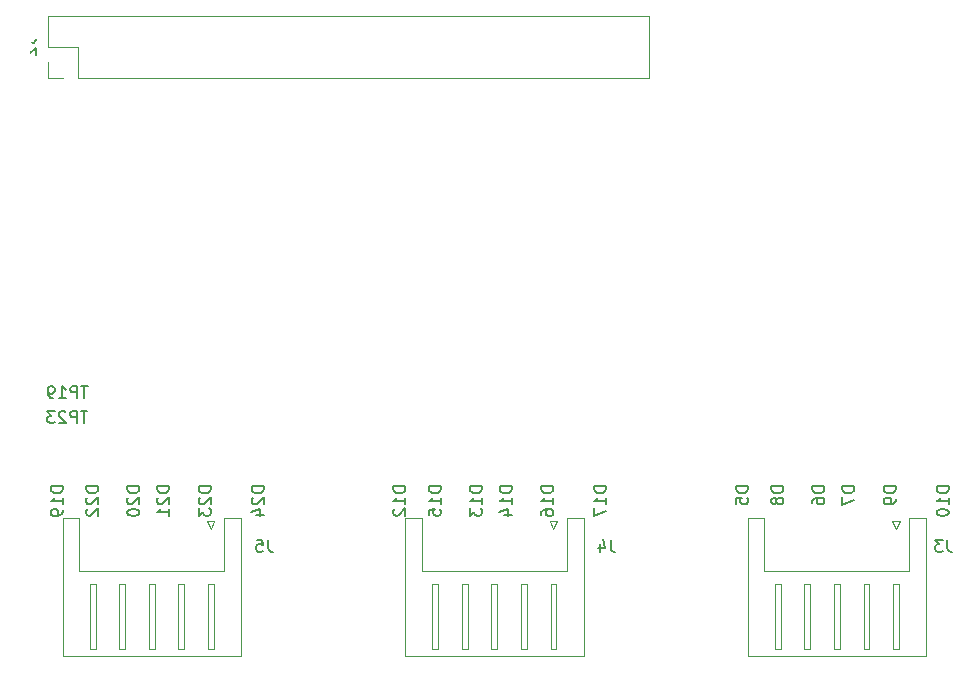
<source format=gbo>
G04 #@! TF.GenerationSoftware,KiCad,Pcbnew,5.1.12-84ad8e8a86~92~ubuntu20.04.1*
G04 #@! TF.CreationDate,2022-01-15T16:11:00+01:00*
G04 #@! TF.ProjectId,SaMcam_shield,53614d63-616d-45f7-9368-69656c642e6b,rev?*
G04 #@! TF.SameCoordinates,Original*
G04 #@! TF.FileFunction,Legend,Bot*
G04 #@! TF.FilePolarity,Positive*
%FSLAX46Y46*%
G04 Gerber Fmt 4.6, Leading zero omitted, Abs format (unit mm)*
G04 Created by KiCad (PCBNEW 5.1.12-84ad8e8a86~92~ubuntu20.04.1) date 2022-01-15 16:11:00*
%MOMM*%
%LPD*%
G01*
G04 APERTURE LIST*
%ADD10C,0.120000*%
%ADD11C,0.150000*%
%ADD12C,2.000000*%
%ADD13C,4.700000*%
%ADD14O,1.700000X1.700000*%
%ADD15R,1.700000X1.700000*%
%ADD16O,1.700000X1.950000*%
%ADD17R,3.500000X3.500000*%
G04 APERTURE END LIST*
D10*
X127170000Y-65000000D02*
X127170000Y-66330000D01*
X127170000Y-66330000D02*
X128500000Y-66330000D01*
X127170000Y-63730000D02*
X129770000Y-63730000D01*
X129770000Y-63730000D02*
X129770000Y-66330000D01*
X129770000Y-66330000D02*
X178090000Y-66330000D01*
X178090000Y-61130000D02*
X178090000Y-66330000D01*
X127170000Y-61130000D02*
X178090000Y-61130000D01*
X127170000Y-61130000D02*
X127170000Y-63730000D01*
X198700000Y-103900000D02*
X199000000Y-104500000D01*
X199300000Y-103900000D02*
X198700000Y-103900000D01*
X199000000Y-104500000D02*
X199300000Y-103900000D01*
X188750000Y-109200000D02*
X189250000Y-109200000D01*
X188750000Y-114700000D02*
X188750000Y-109200000D01*
X189250000Y-114700000D02*
X188750000Y-114700000D01*
X189250000Y-109200000D02*
X189250000Y-114700000D01*
X191250000Y-109200000D02*
X191750000Y-109200000D01*
X191250000Y-114700000D02*
X191250000Y-109200000D01*
X191750000Y-114700000D02*
X191250000Y-114700000D01*
X191750000Y-109200000D02*
X191750000Y-114700000D01*
X193750000Y-109200000D02*
X194250000Y-109200000D01*
X193750000Y-114700000D02*
X193750000Y-109200000D01*
X194250000Y-114700000D02*
X193750000Y-114700000D01*
X194250000Y-109200000D02*
X194250000Y-114700000D01*
X196250000Y-109200000D02*
X196750000Y-109200000D01*
X196250000Y-114700000D02*
X196250000Y-109200000D01*
X196750000Y-114700000D02*
X196250000Y-114700000D01*
X196750000Y-109200000D02*
X196750000Y-114700000D01*
X198750000Y-109200000D02*
X199250000Y-109200000D01*
X198750000Y-114700000D02*
X198750000Y-109200000D01*
X199250000Y-114700000D02*
X198750000Y-114700000D01*
X199250000Y-109200000D02*
X199250000Y-114700000D01*
X187860000Y-108090000D02*
X194000000Y-108090000D01*
X187860000Y-103590000D02*
X187860000Y-108090000D01*
X186440000Y-103590000D02*
X187860000Y-103590000D01*
X186440000Y-115310000D02*
X186440000Y-103590000D01*
X194000000Y-115310000D02*
X186440000Y-115310000D01*
X200140000Y-108090000D02*
X194000000Y-108090000D01*
X200140000Y-103590000D02*
X200140000Y-108090000D01*
X201560000Y-103590000D02*
X200140000Y-103590000D01*
X201560000Y-115310000D02*
X201560000Y-103590000D01*
X194000000Y-115310000D02*
X201560000Y-115310000D01*
X169700000Y-103900000D02*
X170000000Y-104500000D01*
X170300000Y-103900000D02*
X169700000Y-103900000D01*
X170000000Y-104500000D02*
X170300000Y-103900000D01*
X159750000Y-109200000D02*
X160250000Y-109200000D01*
X159750000Y-114700000D02*
X159750000Y-109200000D01*
X160250000Y-114700000D02*
X159750000Y-114700000D01*
X160250000Y-109200000D02*
X160250000Y-114700000D01*
X162250000Y-109200000D02*
X162750000Y-109200000D01*
X162250000Y-114700000D02*
X162250000Y-109200000D01*
X162750000Y-114700000D02*
X162250000Y-114700000D01*
X162750000Y-109200000D02*
X162750000Y-114700000D01*
X164750000Y-109200000D02*
X165250000Y-109200000D01*
X164750000Y-114700000D02*
X164750000Y-109200000D01*
X165250000Y-114700000D02*
X164750000Y-114700000D01*
X165250000Y-109200000D02*
X165250000Y-114700000D01*
X167250000Y-109200000D02*
X167750000Y-109200000D01*
X167250000Y-114700000D02*
X167250000Y-109200000D01*
X167750000Y-114700000D02*
X167250000Y-114700000D01*
X167750000Y-109200000D02*
X167750000Y-114700000D01*
X169750000Y-109200000D02*
X170250000Y-109200000D01*
X169750000Y-114700000D02*
X169750000Y-109200000D01*
X170250000Y-114700000D02*
X169750000Y-114700000D01*
X170250000Y-109200000D02*
X170250000Y-114700000D01*
X158860000Y-108090000D02*
X165000000Y-108090000D01*
X158860000Y-103590000D02*
X158860000Y-108090000D01*
X157440000Y-103590000D02*
X158860000Y-103590000D01*
X157440000Y-115310000D02*
X157440000Y-103590000D01*
X165000000Y-115310000D02*
X157440000Y-115310000D01*
X171140000Y-108090000D02*
X165000000Y-108090000D01*
X171140000Y-103590000D02*
X171140000Y-108090000D01*
X172560000Y-103590000D02*
X171140000Y-103590000D01*
X172560000Y-115310000D02*
X172560000Y-103590000D01*
X165000000Y-115310000D02*
X172560000Y-115310000D01*
X140700000Y-103900000D02*
X141000000Y-104500000D01*
X141300000Y-103900000D02*
X140700000Y-103900000D01*
X141000000Y-104500000D02*
X141300000Y-103900000D01*
X130750000Y-109200000D02*
X131250000Y-109200000D01*
X130750000Y-114700000D02*
X130750000Y-109200000D01*
X131250000Y-114700000D02*
X130750000Y-114700000D01*
X131250000Y-109200000D02*
X131250000Y-114700000D01*
X133250000Y-109200000D02*
X133750000Y-109200000D01*
X133250000Y-114700000D02*
X133250000Y-109200000D01*
X133750000Y-114700000D02*
X133250000Y-114700000D01*
X133750000Y-109200000D02*
X133750000Y-114700000D01*
X135750000Y-109200000D02*
X136250000Y-109200000D01*
X135750000Y-114700000D02*
X135750000Y-109200000D01*
X136250000Y-114700000D02*
X135750000Y-114700000D01*
X136250000Y-109200000D02*
X136250000Y-114700000D01*
X138250000Y-109200000D02*
X138750000Y-109200000D01*
X138250000Y-114700000D02*
X138250000Y-109200000D01*
X138750000Y-114700000D02*
X138250000Y-114700000D01*
X138750000Y-109200000D02*
X138750000Y-114700000D01*
X140750000Y-109200000D02*
X141250000Y-109200000D01*
X140750000Y-114700000D02*
X140750000Y-109200000D01*
X141250000Y-114700000D02*
X140750000Y-114700000D01*
X141250000Y-109200000D02*
X141250000Y-114700000D01*
X129860000Y-108090000D02*
X136000000Y-108090000D01*
X129860000Y-103590000D02*
X129860000Y-108090000D01*
X128440000Y-103590000D02*
X129860000Y-103590000D01*
X128440000Y-115310000D02*
X128440000Y-103590000D01*
X136000000Y-115310000D02*
X128440000Y-115310000D01*
X142140000Y-108090000D02*
X136000000Y-108090000D01*
X142140000Y-103590000D02*
X142140000Y-108090000D01*
X143560000Y-103590000D02*
X142140000Y-103590000D01*
X143560000Y-115310000D02*
X143560000Y-103590000D01*
X136000000Y-115310000D02*
X143560000Y-115310000D01*
D11*
X192923580Y-100935595D02*
X191923580Y-100935595D01*
X191923580Y-101173690D01*
X191971200Y-101316547D01*
X192066438Y-101411785D01*
X192161676Y-101459404D01*
X192352152Y-101507023D01*
X192495009Y-101507023D01*
X192685485Y-101459404D01*
X192780723Y-101411785D01*
X192875961Y-101316547D01*
X192923580Y-101173690D01*
X192923580Y-100935595D01*
X191923580Y-102364166D02*
X191923580Y-102173690D01*
X191971200Y-102078452D01*
X192018819Y-102030833D01*
X192161676Y-101935595D01*
X192352152Y-101887976D01*
X192733104Y-101887976D01*
X192828342Y-101935595D01*
X192875961Y-101983214D01*
X192923580Y-102078452D01*
X192923580Y-102268928D01*
X192875961Y-102364166D01*
X192828342Y-102411785D01*
X192733104Y-102459404D01*
X192495009Y-102459404D01*
X192399771Y-102411785D01*
X192352152Y-102364166D01*
X192304533Y-102268928D01*
X192304533Y-102078452D01*
X192352152Y-101983214D01*
X192399771Y-101935595D01*
X192495009Y-101887976D01*
X189452380Y-100935595D02*
X188452380Y-100935595D01*
X188452380Y-101173690D01*
X188500000Y-101316547D01*
X188595238Y-101411785D01*
X188690476Y-101459404D01*
X188880952Y-101507023D01*
X189023809Y-101507023D01*
X189214285Y-101459404D01*
X189309523Y-101411785D01*
X189404761Y-101316547D01*
X189452380Y-101173690D01*
X189452380Y-100935595D01*
X188880952Y-102078452D02*
X188833333Y-101983214D01*
X188785714Y-101935595D01*
X188690476Y-101887976D01*
X188642857Y-101887976D01*
X188547619Y-101935595D01*
X188500000Y-101983214D01*
X188452380Y-102078452D01*
X188452380Y-102268928D01*
X188500000Y-102364166D01*
X188547619Y-102411785D01*
X188642857Y-102459404D01*
X188690476Y-102459404D01*
X188785714Y-102411785D01*
X188833333Y-102364166D01*
X188880952Y-102268928D01*
X188880952Y-102078452D01*
X188928571Y-101983214D01*
X188976190Y-101935595D01*
X189071428Y-101887976D01*
X189261904Y-101887976D01*
X189357142Y-101935595D01*
X189404761Y-101983214D01*
X189452380Y-102078452D01*
X189452380Y-102268928D01*
X189404761Y-102364166D01*
X189357142Y-102411785D01*
X189261904Y-102459404D01*
X189071428Y-102459404D01*
X188976190Y-102411785D01*
X188928571Y-102364166D01*
X188880952Y-102268928D01*
X186452380Y-100935595D02*
X185452380Y-100935595D01*
X185452380Y-101173690D01*
X185500000Y-101316547D01*
X185595238Y-101411785D01*
X185690476Y-101459404D01*
X185880952Y-101507023D01*
X186023809Y-101507023D01*
X186214285Y-101459404D01*
X186309523Y-101411785D01*
X186404761Y-101316547D01*
X186452380Y-101173690D01*
X186452380Y-100935595D01*
X185452380Y-102411785D02*
X185452380Y-101935595D01*
X185928571Y-101887976D01*
X185880952Y-101935595D01*
X185833333Y-102030833D01*
X185833333Y-102268928D01*
X185880952Y-102364166D01*
X185928571Y-102411785D01*
X186023809Y-102459404D01*
X186261904Y-102459404D01*
X186357142Y-102411785D01*
X186404761Y-102364166D01*
X186452380Y-102268928D01*
X186452380Y-102030833D01*
X186404761Y-101935595D01*
X186357142Y-101887976D01*
X125182380Y-63396666D02*
X125896666Y-63396666D01*
X126039523Y-63349047D01*
X126134761Y-63253809D01*
X126182380Y-63110952D01*
X126182380Y-63015714D01*
X125277619Y-63825238D02*
X125230000Y-63872857D01*
X125182380Y-63968095D01*
X125182380Y-64206190D01*
X125230000Y-64301428D01*
X125277619Y-64349047D01*
X125372857Y-64396666D01*
X125468095Y-64396666D01*
X125610952Y-64349047D01*
X126182380Y-63777619D01*
X126182380Y-64396666D01*
X203333333Y-105452380D02*
X203333333Y-106166666D01*
X203380952Y-106309523D01*
X203476190Y-106404761D01*
X203619047Y-106452380D01*
X203714285Y-106452380D01*
X202952380Y-105452380D02*
X202333333Y-105452380D01*
X202666666Y-105833333D01*
X202523809Y-105833333D01*
X202428571Y-105880952D01*
X202380952Y-105928571D01*
X202333333Y-106023809D01*
X202333333Y-106261904D01*
X202380952Y-106357142D01*
X202428571Y-106404761D01*
X202523809Y-106452380D01*
X202809523Y-106452380D01*
X202904761Y-106404761D01*
X202952380Y-106357142D01*
X174833333Y-105452380D02*
X174833333Y-106166666D01*
X174880952Y-106309523D01*
X174976190Y-106404761D01*
X175119047Y-106452380D01*
X175214285Y-106452380D01*
X173928571Y-105785714D02*
X173928571Y-106452380D01*
X174166666Y-105404761D02*
X174404761Y-106119047D01*
X173785714Y-106119047D01*
X145833333Y-105452380D02*
X145833333Y-106166666D01*
X145880952Y-106309523D01*
X145976190Y-106404761D01*
X146119047Y-106452380D01*
X146214285Y-106452380D01*
X144880952Y-105452380D02*
X145357142Y-105452380D01*
X145404761Y-105928571D01*
X145357142Y-105880952D01*
X145261904Y-105833333D01*
X145023809Y-105833333D01*
X144928571Y-105880952D01*
X144880952Y-105928571D01*
X144833333Y-106023809D01*
X144833333Y-106261904D01*
X144880952Y-106357142D01*
X144928571Y-106404761D01*
X145023809Y-106452380D01*
X145261904Y-106452380D01*
X145357142Y-106404761D01*
X145404761Y-106357142D01*
X130568928Y-92452380D02*
X129997500Y-92452380D01*
X130283214Y-93452380D02*
X130283214Y-92452380D01*
X129664166Y-93452380D02*
X129664166Y-92452380D01*
X129283214Y-92452380D01*
X129187976Y-92500000D01*
X129140357Y-92547619D01*
X129092738Y-92642857D01*
X129092738Y-92785714D01*
X129140357Y-92880952D01*
X129187976Y-92928571D01*
X129283214Y-92976190D01*
X129664166Y-92976190D01*
X128140357Y-93452380D02*
X128711785Y-93452380D01*
X128426071Y-93452380D02*
X128426071Y-92452380D01*
X128521309Y-92595238D01*
X128616547Y-92690476D01*
X128711785Y-92738095D01*
X127664166Y-93452380D02*
X127473690Y-93452380D01*
X127378452Y-93404761D01*
X127330833Y-93357142D01*
X127235595Y-93214285D01*
X127187976Y-93023809D01*
X127187976Y-92642857D01*
X127235595Y-92547619D01*
X127283214Y-92500000D01*
X127378452Y-92452380D01*
X127568928Y-92452380D01*
X127664166Y-92500000D01*
X127711785Y-92547619D01*
X127759404Y-92642857D01*
X127759404Y-92880952D01*
X127711785Y-92976190D01*
X127664166Y-93023809D01*
X127568928Y-93071428D01*
X127378452Y-93071428D01*
X127283214Y-93023809D01*
X127235595Y-92976190D01*
X127187976Y-92880952D01*
X130538095Y-94552380D02*
X129966666Y-94552380D01*
X130252380Y-95552380D02*
X130252380Y-94552380D01*
X129633333Y-95552380D02*
X129633333Y-94552380D01*
X129252380Y-94552380D01*
X129157142Y-94600000D01*
X129109523Y-94647619D01*
X129061904Y-94742857D01*
X129061904Y-94885714D01*
X129109523Y-94980952D01*
X129157142Y-95028571D01*
X129252380Y-95076190D01*
X129633333Y-95076190D01*
X128680952Y-94647619D02*
X128633333Y-94600000D01*
X128538095Y-94552380D01*
X128300000Y-94552380D01*
X128204761Y-94600000D01*
X128157142Y-94647619D01*
X128109523Y-94742857D01*
X128109523Y-94838095D01*
X128157142Y-94980952D01*
X128728571Y-95552380D01*
X128109523Y-95552380D01*
X127776190Y-94552380D02*
X127157142Y-94552380D01*
X127490476Y-94933333D01*
X127347619Y-94933333D01*
X127252380Y-94980952D01*
X127204761Y-95028571D01*
X127157142Y-95123809D01*
X127157142Y-95361904D01*
X127204761Y-95457142D01*
X127252380Y-95504761D01*
X127347619Y-95552380D01*
X127633333Y-95552380D01*
X127728571Y-95504761D01*
X127776190Y-95457142D01*
X195452380Y-100935595D02*
X194452380Y-100935595D01*
X194452380Y-101173690D01*
X194500000Y-101316547D01*
X194595238Y-101411785D01*
X194690476Y-101459404D01*
X194880952Y-101507023D01*
X195023809Y-101507023D01*
X195214285Y-101459404D01*
X195309523Y-101411785D01*
X195404761Y-101316547D01*
X195452380Y-101173690D01*
X195452380Y-100935595D01*
X194452380Y-101840357D02*
X194452380Y-102507023D01*
X195452380Y-102078452D01*
X198967780Y-100935595D02*
X197967780Y-100935595D01*
X197967780Y-101173690D01*
X198015400Y-101316547D01*
X198110638Y-101411785D01*
X198205876Y-101459404D01*
X198396352Y-101507023D01*
X198539209Y-101507023D01*
X198729685Y-101459404D01*
X198824923Y-101411785D01*
X198920161Y-101316547D01*
X198967780Y-101173690D01*
X198967780Y-100935595D01*
X198967780Y-101983214D02*
X198967780Y-102173690D01*
X198920161Y-102268928D01*
X198872542Y-102316547D01*
X198729685Y-102411785D01*
X198539209Y-102459404D01*
X198158257Y-102459404D01*
X198063019Y-102411785D01*
X198015400Y-102364166D01*
X197967780Y-102268928D01*
X197967780Y-102078452D01*
X198015400Y-101983214D01*
X198063019Y-101935595D01*
X198158257Y-101887976D01*
X198396352Y-101887976D01*
X198491590Y-101935595D01*
X198539209Y-101983214D01*
X198586828Y-102078452D01*
X198586828Y-102268928D01*
X198539209Y-102364166D01*
X198491590Y-102411785D01*
X198396352Y-102459404D01*
X203452380Y-100935595D02*
X202452380Y-100935595D01*
X202452380Y-101173690D01*
X202500000Y-101316547D01*
X202595238Y-101411785D01*
X202690476Y-101459404D01*
X202880952Y-101507023D01*
X203023809Y-101507023D01*
X203214285Y-101459404D01*
X203309523Y-101411785D01*
X203404761Y-101316547D01*
X203452380Y-101173690D01*
X203452380Y-100935595D01*
X203452380Y-102459404D02*
X203452380Y-101887976D01*
X203452380Y-102173690D02*
X202452380Y-102173690D01*
X202595238Y-102078452D01*
X202690476Y-101983214D01*
X202738095Y-101887976D01*
X202452380Y-103078452D02*
X202452380Y-103173690D01*
X202500000Y-103268928D01*
X202547619Y-103316547D01*
X202642857Y-103364166D01*
X202833333Y-103411785D01*
X203071428Y-103411785D01*
X203261904Y-103364166D01*
X203357142Y-103316547D01*
X203404761Y-103268928D01*
X203452380Y-103173690D01*
X203452380Y-103078452D01*
X203404761Y-102983214D01*
X203357142Y-102935595D01*
X203261904Y-102887976D01*
X203071428Y-102840357D01*
X202833333Y-102840357D01*
X202642857Y-102887976D01*
X202547619Y-102935595D01*
X202500000Y-102983214D01*
X202452380Y-103078452D01*
X157452380Y-100935595D02*
X156452380Y-100935595D01*
X156452380Y-101173690D01*
X156500000Y-101316547D01*
X156595238Y-101411785D01*
X156690476Y-101459404D01*
X156880952Y-101507023D01*
X157023809Y-101507023D01*
X157214285Y-101459404D01*
X157309523Y-101411785D01*
X157404761Y-101316547D01*
X157452380Y-101173690D01*
X157452380Y-100935595D01*
X157452380Y-102459404D02*
X157452380Y-101887976D01*
X157452380Y-102173690D02*
X156452380Y-102173690D01*
X156595238Y-102078452D01*
X156690476Y-101983214D01*
X156738095Y-101887976D01*
X156547619Y-102840357D02*
X156500000Y-102887976D01*
X156452380Y-102983214D01*
X156452380Y-103221309D01*
X156500000Y-103316547D01*
X156547619Y-103364166D01*
X156642857Y-103411785D01*
X156738095Y-103411785D01*
X156880952Y-103364166D01*
X157452380Y-102792738D01*
X157452380Y-103411785D01*
X163923580Y-100935595D02*
X162923580Y-100935595D01*
X162923580Y-101173690D01*
X162971200Y-101316547D01*
X163066438Y-101411785D01*
X163161676Y-101459404D01*
X163352152Y-101507023D01*
X163495009Y-101507023D01*
X163685485Y-101459404D01*
X163780723Y-101411785D01*
X163875961Y-101316547D01*
X163923580Y-101173690D01*
X163923580Y-100935595D01*
X163923580Y-102459404D02*
X163923580Y-101887976D01*
X163923580Y-102173690D02*
X162923580Y-102173690D01*
X163066438Y-102078452D01*
X163161676Y-101983214D01*
X163209295Y-101887976D01*
X162923580Y-102792738D02*
X162923580Y-103411785D01*
X163304533Y-103078452D01*
X163304533Y-103221309D01*
X163352152Y-103316547D01*
X163399771Y-103364166D01*
X163495009Y-103411785D01*
X163733104Y-103411785D01*
X163828342Y-103364166D01*
X163875961Y-103316547D01*
X163923580Y-103221309D01*
X163923580Y-102935595D01*
X163875961Y-102840357D01*
X163828342Y-102792738D01*
X166452380Y-100935595D02*
X165452380Y-100935595D01*
X165452380Y-101173690D01*
X165500000Y-101316547D01*
X165595238Y-101411785D01*
X165690476Y-101459404D01*
X165880952Y-101507023D01*
X166023809Y-101507023D01*
X166214285Y-101459404D01*
X166309523Y-101411785D01*
X166404761Y-101316547D01*
X166452380Y-101173690D01*
X166452380Y-100935595D01*
X166452380Y-102459404D02*
X166452380Y-101887976D01*
X166452380Y-102173690D02*
X165452380Y-102173690D01*
X165595238Y-102078452D01*
X165690476Y-101983214D01*
X165738095Y-101887976D01*
X165785714Y-103316547D02*
X166452380Y-103316547D01*
X165404761Y-103078452D02*
X166119047Y-102840357D01*
X166119047Y-103459404D01*
X160452380Y-100935595D02*
X159452380Y-100935595D01*
X159452380Y-101173690D01*
X159500000Y-101316547D01*
X159595238Y-101411785D01*
X159690476Y-101459404D01*
X159880952Y-101507023D01*
X160023809Y-101507023D01*
X160214285Y-101459404D01*
X160309523Y-101411785D01*
X160404761Y-101316547D01*
X160452380Y-101173690D01*
X160452380Y-100935595D01*
X160452380Y-102459404D02*
X160452380Y-101887976D01*
X160452380Y-102173690D02*
X159452380Y-102173690D01*
X159595238Y-102078452D01*
X159690476Y-101983214D01*
X159738095Y-101887976D01*
X159452380Y-103364166D02*
X159452380Y-102887976D01*
X159928571Y-102840357D01*
X159880952Y-102887976D01*
X159833333Y-102983214D01*
X159833333Y-103221309D01*
X159880952Y-103316547D01*
X159928571Y-103364166D01*
X160023809Y-103411785D01*
X160261904Y-103411785D01*
X160357142Y-103364166D01*
X160404761Y-103316547D01*
X160452380Y-103221309D01*
X160452380Y-102983214D01*
X160404761Y-102887976D01*
X160357142Y-102840357D01*
X169967780Y-100935595D02*
X168967780Y-100935595D01*
X168967780Y-101173690D01*
X169015400Y-101316547D01*
X169110638Y-101411785D01*
X169205876Y-101459404D01*
X169396352Y-101507023D01*
X169539209Y-101507023D01*
X169729685Y-101459404D01*
X169824923Y-101411785D01*
X169920161Y-101316547D01*
X169967780Y-101173690D01*
X169967780Y-100935595D01*
X169967780Y-102459404D02*
X169967780Y-101887976D01*
X169967780Y-102173690D02*
X168967780Y-102173690D01*
X169110638Y-102078452D01*
X169205876Y-101983214D01*
X169253495Y-101887976D01*
X168967780Y-103316547D02*
X168967780Y-103126071D01*
X169015400Y-103030833D01*
X169063019Y-102983214D01*
X169205876Y-102887976D01*
X169396352Y-102840357D01*
X169777304Y-102840357D01*
X169872542Y-102887976D01*
X169920161Y-102935595D01*
X169967780Y-103030833D01*
X169967780Y-103221309D01*
X169920161Y-103316547D01*
X169872542Y-103364166D01*
X169777304Y-103411785D01*
X169539209Y-103411785D01*
X169443971Y-103364166D01*
X169396352Y-103316547D01*
X169348733Y-103221309D01*
X169348733Y-103030833D01*
X169396352Y-102935595D01*
X169443971Y-102887976D01*
X169539209Y-102840357D01*
X174452380Y-100935595D02*
X173452380Y-100935595D01*
X173452380Y-101173690D01*
X173500000Y-101316547D01*
X173595238Y-101411785D01*
X173690476Y-101459404D01*
X173880952Y-101507023D01*
X174023809Y-101507023D01*
X174214285Y-101459404D01*
X174309523Y-101411785D01*
X174404761Y-101316547D01*
X174452380Y-101173690D01*
X174452380Y-100935595D01*
X174452380Y-102459404D02*
X174452380Y-101887976D01*
X174452380Y-102173690D02*
X173452380Y-102173690D01*
X173595238Y-102078452D01*
X173690476Y-101983214D01*
X173738095Y-101887976D01*
X173452380Y-102792738D02*
X173452380Y-103459404D01*
X174452380Y-103030833D01*
X128452380Y-100935595D02*
X127452380Y-100935595D01*
X127452380Y-101173690D01*
X127500000Y-101316547D01*
X127595238Y-101411785D01*
X127690476Y-101459404D01*
X127880952Y-101507023D01*
X128023809Y-101507023D01*
X128214285Y-101459404D01*
X128309523Y-101411785D01*
X128404761Y-101316547D01*
X128452380Y-101173690D01*
X128452380Y-100935595D01*
X128452380Y-102459404D02*
X128452380Y-101887976D01*
X128452380Y-102173690D02*
X127452380Y-102173690D01*
X127595238Y-102078452D01*
X127690476Y-101983214D01*
X127738095Y-101887976D01*
X128452380Y-102935595D02*
X128452380Y-103126071D01*
X128404761Y-103221309D01*
X128357142Y-103268928D01*
X128214285Y-103364166D01*
X128023809Y-103411785D01*
X127642857Y-103411785D01*
X127547619Y-103364166D01*
X127500000Y-103316547D01*
X127452380Y-103221309D01*
X127452380Y-103030833D01*
X127500000Y-102935595D01*
X127547619Y-102887976D01*
X127642857Y-102840357D01*
X127880952Y-102840357D01*
X127976190Y-102887976D01*
X128023809Y-102935595D01*
X128071428Y-103030833D01*
X128071428Y-103221309D01*
X128023809Y-103316547D01*
X127976190Y-103364166D01*
X127880952Y-103411785D01*
X134923580Y-100935595D02*
X133923580Y-100935595D01*
X133923580Y-101173690D01*
X133971200Y-101316547D01*
X134066438Y-101411785D01*
X134161676Y-101459404D01*
X134352152Y-101507023D01*
X134495009Y-101507023D01*
X134685485Y-101459404D01*
X134780723Y-101411785D01*
X134875961Y-101316547D01*
X134923580Y-101173690D01*
X134923580Y-100935595D01*
X134018819Y-101887976D02*
X133971200Y-101935595D01*
X133923580Y-102030833D01*
X133923580Y-102268928D01*
X133971200Y-102364166D01*
X134018819Y-102411785D01*
X134114057Y-102459404D01*
X134209295Y-102459404D01*
X134352152Y-102411785D01*
X134923580Y-101840357D01*
X134923580Y-102459404D01*
X133923580Y-103078452D02*
X133923580Y-103173690D01*
X133971200Y-103268928D01*
X134018819Y-103316547D01*
X134114057Y-103364166D01*
X134304533Y-103411785D01*
X134542628Y-103411785D01*
X134733104Y-103364166D01*
X134828342Y-103316547D01*
X134875961Y-103268928D01*
X134923580Y-103173690D01*
X134923580Y-103078452D01*
X134875961Y-102983214D01*
X134828342Y-102935595D01*
X134733104Y-102887976D01*
X134542628Y-102840357D01*
X134304533Y-102840357D01*
X134114057Y-102887976D01*
X134018819Y-102935595D01*
X133971200Y-102983214D01*
X133923580Y-103078452D01*
X137452380Y-100935595D02*
X136452380Y-100935595D01*
X136452380Y-101173690D01*
X136500000Y-101316547D01*
X136595238Y-101411785D01*
X136690476Y-101459404D01*
X136880952Y-101507023D01*
X137023809Y-101507023D01*
X137214285Y-101459404D01*
X137309523Y-101411785D01*
X137404761Y-101316547D01*
X137452380Y-101173690D01*
X137452380Y-100935595D01*
X136547619Y-101887976D02*
X136500000Y-101935595D01*
X136452380Y-102030833D01*
X136452380Y-102268928D01*
X136500000Y-102364166D01*
X136547619Y-102411785D01*
X136642857Y-102459404D01*
X136738095Y-102459404D01*
X136880952Y-102411785D01*
X137452380Y-101840357D01*
X137452380Y-102459404D01*
X137452380Y-103411785D02*
X137452380Y-102840357D01*
X137452380Y-103126071D02*
X136452380Y-103126071D01*
X136595238Y-103030833D01*
X136690476Y-102935595D01*
X136738095Y-102840357D01*
X131452380Y-100935595D02*
X130452380Y-100935595D01*
X130452380Y-101173690D01*
X130500000Y-101316547D01*
X130595238Y-101411785D01*
X130690476Y-101459404D01*
X130880952Y-101507023D01*
X131023809Y-101507023D01*
X131214285Y-101459404D01*
X131309523Y-101411785D01*
X131404761Y-101316547D01*
X131452380Y-101173690D01*
X131452380Y-100935595D01*
X130547619Y-101887976D02*
X130500000Y-101935595D01*
X130452380Y-102030833D01*
X130452380Y-102268928D01*
X130500000Y-102364166D01*
X130547619Y-102411785D01*
X130642857Y-102459404D01*
X130738095Y-102459404D01*
X130880952Y-102411785D01*
X131452380Y-101840357D01*
X131452380Y-102459404D01*
X130547619Y-102840357D02*
X130500000Y-102887976D01*
X130452380Y-102983214D01*
X130452380Y-103221309D01*
X130500000Y-103316547D01*
X130547619Y-103364166D01*
X130642857Y-103411785D01*
X130738095Y-103411785D01*
X130880952Y-103364166D01*
X131452380Y-102792738D01*
X131452380Y-103411785D01*
X140967780Y-100935595D02*
X139967780Y-100935595D01*
X139967780Y-101173690D01*
X140015400Y-101316547D01*
X140110638Y-101411785D01*
X140205876Y-101459404D01*
X140396352Y-101507023D01*
X140539209Y-101507023D01*
X140729685Y-101459404D01*
X140824923Y-101411785D01*
X140920161Y-101316547D01*
X140967780Y-101173690D01*
X140967780Y-100935595D01*
X140063019Y-101887976D02*
X140015400Y-101935595D01*
X139967780Y-102030833D01*
X139967780Y-102268928D01*
X140015400Y-102364166D01*
X140063019Y-102411785D01*
X140158257Y-102459404D01*
X140253495Y-102459404D01*
X140396352Y-102411785D01*
X140967780Y-101840357D01*
X140967780Y-102459404D01*
X139967780Y-102792738D02*
X139967780Y-103411785D01*
X140348733Y-103078452D01*
X140348733Y-103221309D01*
X140396352Y-103316547D01*
X140443971Y-103364166D01*
X140539209Y-103411785D01*
X140777304Y-103411785D01*
X140872542Y-103364166D01*
X140920161Y-103316547D01*
X140967780Y-103221309D01*
X140967780Y-102935595D01*
X140920161Y-102840357D01*
X140872542Y-102792738D01*
X145452380Y-100935595D02*
X144452380Y-100935595D01*
X144452380Y-101173690D01*
X144500000Y-101316547D01*
X144595238Y-101411785D01*
X144690476Y-101459404D01*
X144880952Y-101507023D01*
X145023809Y-101507023D01*
X145214285Y-101459404D01*
X145309523Y-101411785D01*
X145404761Y-101316547D01*
X145452380Y-101173690D01*
X145452380Y-100935595D01*
X144547619Y-101887976D02*
X144500000Y-101935595D01*
X144452380Y-102030833D01*
X144452380Y-102268928D01*
X144500000Y-102364166D01*
X144547619Y-102411785D01*
X144642857Y-102459404D01*
X144738095Y-102459404D01*
X144880952Y-102411785D01*
X145452380Y-101840357D01*
X145452380Y-102459404D01*
X144785714Y-103316547D02*
X145452380Y-103316547D01*
X144404761Y-103078452D02*
X145119047Y-102840357D01*
X145119047Y-103459404D01*
%LPC*%
D12*
X176911000Y-72771000D03*
X176911000Y-75311000D03*
X176911000Y-77851000D03*
D13*
X123500000Y-63500000D03*
X123500000Y-112500000D03*
X181500000Y-63500000D03*
X181500000Y-112500000D03*
G36*
G01*
X122250000Y-92000000D02*
X124750000Y-92000000D01*
G75*
G02*
X126000000Y-93250000I0J-1250000D01*
G01*
X126000000Y-98750000D01*
G75*
G02*
X124750000Y-100000000I-1250000J0D01*
G01*
X122250000Y-100000000D01*
G75*
G02*
X121000000Y-98750000I0J1250000D01*
G01*
X121000000Y-93250000D01*
G75*
G02*
X122250000Y-92000000I1250000J0D01*
G01*
G37*
G36*
G01*
X122250000Y-83000000D02*
X124750000Y-83000000D01*
G75*
G02*
X126000000Y-84250000I0J-1250000D01*
G01*
X126000000Y-89750000D01*
G75*
G02*
X124750000Y-91000000I-1250000J0D01*
G01*
X122250000Y-91000000D01*
G75*
G02*
X121000000Y-89750000I0J1250000D01*
G01*
X121000000Y-84250000D01*
G75*
G02*
X122250000Y-83000000I1250000J0D01*
G01*
G37*
D14*
X176760000Y-62460000D03*
X176760000Y-65000000D03*
X174220000Y-62460000D03*
X174220000Y-65000000D03*
X171680000Y-62460000D03*
X171680000Y-65000000D03*
X169140000Y-62460000D03*
X169140000Y-65000000D03*
X166600000Y-62460000D03*
X166600000Y-65000000D03*
X164060000Y-62460000D03*
X164060000Y-65000000D03*
X161520000Y-62460000D03*
X161520000Y-65000000D03*
X158980000Y-62460000D03*
X158980000Y-65000000D03*
X156440000Y-62460000D03*
X156440000Y-65000000D03*
X153900000Y-62460000D03*
X153900000Y-65000000D03*
X151360000Y-62460000D03*
X151360000Y-65000000D03*
X148820000Y-62460000D03*
X148820000Y-65000000D03*
X146280000Y-62460000D03*
X146280000Y-65000000D03*
X143740000Y-62460000D03*
X143740000Y-65000000D03*
X141200000Y-62460000D03*
X141200000Y-65000000D03*
X138660000Y-62460000D03*
X138660000Y-65000000D03*
X136120000Y-62460000D03*
X136120000Y-65000000D03*
X133580000Y-62460000D03*
X133580000Y-65000000D03*
X131040000Y-62460000D03*
X131040000Y-65000000D03*
X128500000Y-62460000D03*
D15*
X128500000Y-65000000D03*
D16*
X189000000Y-106000000D03*
X191500000Y-106000000D03*
X194000000Y-106000000D03*
X196500000Y-106000000D03*
G36*
G01*
X199850000Y-105275000D02*
X199850000Y-106725000D01*
G75*
G02*
X199600000Y-106975000I-250000J0D01*
G01*
X198400000Y-106975000D01*
G75*
G02*
X198150000Y-106725000I0J250000D01*
G01*
X198150000Y-105275000D01*
G75*
G02*
X198400000Y-105025000I250000J0D01*
G01*
X199600000Y-105025000D01*
G75*
G02*
X199850000Y-105275000I0J-250000D01*
G01*
G37*
X160000000Y-106000000D03*
X162500000Y-106000000D03*
X165000000Y-106000000D03*
X167500000Y-106000000D03*
G36*
G01*
X170850000Y-105275000D02*
X170850000Y-106725000D01*
G75*
G02*
X170600000Y-106975000I-250000J0D01*
G01*
X169400000Y-106975000D01*
G75*
G02*
X169150000Y-106725000I0J250000D01*
G01*
X169150000Y-105275000D01*
G75*
G02*
X169400000Y-105025000I250000J0D01*
G01*
X170600000Y-105025000D01*
G75*
G02*
X170850000Y-105275000I0J-250000D01*
G01*
G37*
X131000000Y-106000000D03*
X133500000Y-106000000D03*
X136000000Y-106000000D03*
X138500000Y-106000000D03*
G36*
G01*
X141850000Y-105275000D02*
X141850000Y-106725000D01*
G75*
G02*
X141600000Y-106975000I-250000J0D01*
G01*
X140400000Y-106975000D01*
G75*
G02*
X140150000Y-106725000I0J250000D01*
G01*
X140150000Y-105275000D01*
G75*
G02*
X140400000Y-105025000I250000J0D01*
G01*
X141600000Y-105025000D01*
G75*
G02*
X141850000Y-105275000I0J-250000D01*
G01*
G37*
D14*
X201041000Y-82931000D03*
X198501000Y-82931000D03*
X195961000Y-82931000D03*
X193421000Y-82931000D03*
X190881000Y-82931000D03*
D15*
X188341000Y-82931000D03*
G36*
G01*
X129250000Y-78219000D02*
X129250000Y-76469000D01*
G75*
G02*
X130125000Y-75594000I875000J0D01*
G01*
X131875000Y-75594000D01*
G75*
G02*
X132750000Y-76469000I0J-875000D01*
G01*
X132750000Y-78219000D01*
G75*
G02*
X131875000Y-79094000I-875000J0D01*
G01*
X130125000Y-79094000D01*
G75*
G02*
X129250000Y-78219000I0J875000D01*
G01*
G37*
G36*
G01*
X126500000Y-73644000D02*
X126500000Y-71644000D01*
G75*
G02*
X127250000Y-70894000I750000J0D01*
G01*
X128750000Y-70894000D01*
G75*
G02*
X129500000Y-71644000I0J-750000D01*
G01*
X129500000Y-73644000D01*
G75*
G02*
X128750000Y-74394000I-750000J0D01*
G01*
X127250000Y-74394000D01*
G75*
G02*
X126500000Y-73644000I0J750000D01*
G01*
G37*
D17*
X134000000Y-72644000D03*
M02*

</source>
